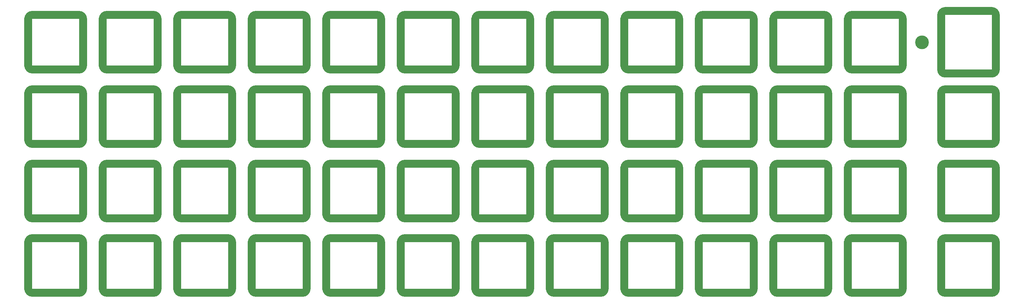
<source format=gbr>
G04 #@! TF.GenerationSoftware,KiCad,Pcbnew,(6.0.1-0)*
G04 #@! TF.CreationDate,2022-04-26T12:35:50-05:00*
G04 #@! TF.ProjectId,plate,706c6174-652e-46b6-9963-61645f706362,rev?*
G04 #@! TF.SameCoordinates,Original*
G04 #@! TF.FileFunction,Soldermask,Top*
G04 #@! TF.FilePolarity,Negative*
%FSLAX46Y46*%
G04 Gerber Fmt 4.6, Leading zero omitted, Abs format (unit mm)*
G04 Created by KiCad (PCBNEW (6.0.1-0)) date 2022-04-26 12:35:50*
%MOMM*%
%LPD*%
G01*
G04 APERTURE LIST*
%ADD10C,2.000000*%
%ADD11C,3.500000*%
G04 APERTURE END LIST*
D10*
X314373170Y-81106620D02*
X302373170Y-81106620D01*
X302373170Y-95106620D02*
X314373170Y-95106620D01*
X301373170Y-94106620D02*
X301373170Y-82106620D01*
X315373170Y-82106620D02*
X315373170Y-94106620D01*
X314373170Y-95106620D02*
G75*
G03*
X315373170Y-94106620I1J999999D01*
G01*
X301373170Y-94106620D02*
G75*
G03*
X302373170Y-95106620I999999J-1D01*
G01*
X302373170Y-81106620D02*
G75*
G03*
X301373170Y-82106620I-1J-999999D01*
G01*
X315373170Y-82106620D02*
G75*
G03*
X314373170Y-81106620I-999999J1D01*
G01*
X148972530Y-56006460D02*
X148972530Y-44006460D01*
X162972530Y-44006460D02*
X162972530Y-56006460D01*
X161972530Y-43006460D02*
X149972530Y-43006460D01*
X149972530Y-57006460D02*
X161972530Y-57006460D01*
X162972530Y-44006460D02*
G75*
G03*
X161972530Y-43006460I-999999J1D01*
G01*
X148972530Y-56006460D02*
G75*
G03*
X149972530Y-57006460I999999J-1D01*
G01*
X149972530Y-43006460D02*
G75*
G03*
X148972530Y-44006460I-1J-999999D01*
G01*
X161972530Y-57006460D02*
G75*
G03*
X162972530Y-56006460I1J999999D01*
G01*
X168022610Y-56006460D02*
X168022610Y-44006460D01*
X182022610Y-44006460D02*
X182022610Y-56006460D01*
X181022610Y-43006460D02*
X169022610Y-43006460D01*
X169022610Y-57006460D02*
X181022610Y-57006460D01*
X169022610Y-43006460D02*
G75*
G03*
X168022610Y-44006460I-1J-999999D01*
G01*
X182022610Y-44006460D02*
G75*
G03*
X181022610Y-43006460I-999999J1D01*
G01*
X168022610Y-56006460D02*
G75*
G03*
X169022610Y-57006460I999999J-1D01*
G01*
X181022610Y-57006460D02*
G75*
G03*
X182022610Y-56006460I1J999999D01*
G01*
X200072690Y-43006460D02*
X188072690Y-43006460D01*
X201072690Y-44006460D02*
X201072690Y-56006460D01*
X188072690Y-57006460D02*
X200072690Y-57006460D01*
X187072690Y-56006460D02*
X187072690Y-44006460D01*
X201072690Y-44006460D02*
G75*
G03*
X200072690Y-43006460I-999999J1D01*
G01*
X200072690Y-57006460D02*
G75*
G03*
X201072690Y-56006460I1J999999D01*
G01*
X188072690Y-43006460D02*
G75*
G03*
X187072690Y-44006460I-1J-999999D01*
G01*
X187072690Y-56006460D02*
G75*
G03*
X188072690Y-57006460I999999J-1D01*
G01*
X206122770Y-56006460D02*
X206122770Y-44006460D01*
X219122770Y-43006460D02*
X207122770Y-43006460D01*
X220122770Y-44006460D02*
X220122770Y-56006460D01*
X207122770Y-57006460D02*
X219122770Y-57006460D01*
X219122770Y-57006460D02*
G75*
G03*
X220122770Y-56006460I1J999999D01*
G01*
X206122770Y-56006460D02*
G75*
G03*
X207122770Y-57006460I999999J-1D01*
G01*
X220122770Y-44006460D02*
G75*
G03*
X219122770Y-43006460I-999999J1D01*
G01*
X207122770Y-43006460D02*
G75*
G03*
X206122770Y-44006460I-1J-999999D01*
G01*
X226172850Y-57006460D02*
X238172850Y-57006460D01*
X225172850Y-56006460D02*
X225172850Y-44006460D01*
X239172850Y-44006460D02*
X239172850Y-56006460D01*
X238172850Y-43006460D02*
X226172850Y-43006460D01*
X225172850Y-56006460D02*
G75*
G03*
X226172850Y-57006460I999999J-1D01*
G01*
X226172850Y-43006460D02*
G75*
G03*
X225172850Y-44006460I-1J-999999D01*
G01*
X238172850Y-57006460D02*
G75*
G03*
X239172850Y-56006460I1J999999D01*
G01*
X239172850Y-44006460D02*
G75*
G03*
X238172850Y-43006460I-999999J1D01*
G01*
X321423250Y-57006460D02*
X333423250Y-57006460D01*
X334423250Y-44006460D02*
X334423250Y-56006460D01*
X320423250Y-56006460D02*
X320423250Y-44006460D01*
X333423250Y-43006460D02*
X321423250Y-43006460D01*
X333423250Y-57006460D02*
G75*
G03*
X334423250Y-56006460I1J999999D01*
G01*
X320423250Y-56006460D02*
G75*
G03*
X321423250Y-57006460I999999J-1D01*
G01*
X334423250Y-44006460D02*
G75*
G03*
X333423250Y-43006460I-999999J1D01*
G01*
X321423250Y-43006460D02*
G75*
G03*
X320423250Y-44006460I-1J-999999D01*
G01*
X352473330Y-43006460D02*
X340473330Y-43006460D01*
X340473330Y-57006460D02*
X352473330Y-57006460D01*
X353473330Y-44006460D02*
X353473330Y-56006460D01*
X339473330Y-56006460D02*
X339473330Y-44006460D01*
X339473330Y-56006460D02*
G75*
G03*
X340473330Y-57006460I999999J-1D01*
G01*
X340473330Y-43006460D02*
G75*
G03*
X339473330Y-44006460I-1J-999999D01*
G01*
X353473330Y-44006460D02*
G75*
G03*
X352473330Y-43006460I-999999J1D01*
G01*
X352473330Y-57006460D02*
G75*
G03*
X353473330Y-56006460I1J999999D01*
G01*
X148972530Y-75056540D02*
X148972530Y-63056540D01*
X162972530Y-63056540D02*
X162972530Y-75056540D01*
X149972530Y-76056540D02*
X161972530Y-76056540D01*
X161972530Y-62056540D02*
X149972530Y-62056540D01*
X148972530Y-75056540D02*
G75*
G03*
X149972530Y-76056540I999999J-1D01*
G01*
X161972530Y-76056540D02*
G75*
G03*
X162972530Y-75056540I1J999999D01*
G01*
X149972530Y-62056540D02*
G75*
G03*
X148972530Y-63056540I-1J-999999D01*
G01*
X162972530Y-63056540D02*
G75*
G03*
X161972530Y-62056540I-999999J1D01*
G01*
X201072690Y-63056540D02*
X201072690Y-75056540D01*
X200072690Y-62056540D02*
X188072690Y-62056540D01*
X187072690Y-75056540D02*
X187072690Y-63056540D01*
X188072690Y-76056540D02*
X200072690Y-76056540D01*
X201072690Y-63056540D02*
G75*
G03*
X200072690Y-62056540I-999999J1D01*
G01*
X187072690Y-75056540D02*
G75*
G03*
X188072690Y-76056540I999999J-1D01*
G01*
X188072690Y-62056540D02*
G75*
G03*
X187072690Y-63056540I-1J-999999D01*
G01*
X200072690Y-76056540D02*
G75*
G03*
X201072690Y-75056540I1J999999D01*
G01*
X239172850Y-63056540D02*
X239172850Y-75056540D01*
X225172850Y-75056540D02*
X225172850Y-63056540D01*
X238172850Y-62056540D02*
X226172850Y-62056540D01*
X226172850Y-76056540D02*
X238172850Y-76056540D01*
X239172850Y-63056540D02*
G75*
G03*
X238172850Y-62056540I-999999J1D01*
G01*
X238172850Y-76056540D02*
G75*
G03*
X239172850Y-75056540I1J999999D01*
G01*
X225172850Y-75056540D02*
G75*
G03*
X226172850Y-76056540I999999J-1D01*
G01*
X226172850Y-62056540D02*
G75*
G03*
X225172850Y-63056540I-1J-999999D01*
G01*
X244222930Y-75056540D02*
X244222930Y-63056540D01*
X245222930Y-76056540D02*
X257222930Y-76056540D01*
X258222930Y-63056540D02*
X258222930Y-75056540D01*
X257222930Y-62056540D02*
X245222930Y-62056540D01*
X258222930Y-63056540D02*
G75*
G03*
X257222930Y-62056540I-999999J1D01*
G01*
X245222930Y-62056540D02*
G75*
G03*
X244222930Y-63056540I-1J-999999D01*
G01*
X257222930Y-76056540D02*
G75*
G03*
X258222930Y-75056540I1J999999D01*
G01*
X244222930Y-75056540D02*
G75*
G03*
X245222930Y-76056540I999999J-1D01*
G01*
X277273010Y-63056540D02*
X277273010Y-75056540D01*
X264273010Y-76056540D02*
X276273010Y-76056540D01*
X263273010Y-75056540D02*
X263273010Y-63056540D01*
X276273010Y-62056540D02*
X264273010Y-62056540D01*
X276273010Y-76056540D02*
G75*
G03*
X277273010Y-75056540I1J999999D01*
G01*
X264273010Y-62056540D02*
G75*
G03*
X263273010Y-63056540I-1J-999999D01*
G01*
X263273010Y-75056540D02*
G75*
G03*
X264273010Y-76056540I999999J-1D01*
G01*
X277273010Y-63056540D02*
G75*
G03*
X276273010Y-62056540I-999999J1D01*
G01*
X283323090Y-76056540D02*
X295323090Y-76056540D01*
X295323090Y-62056540D02*
X283323090Y-62056540D01*
X296323090Y-63056540D02*
X296323090Y-75056540D01*
X282323090Y-75056540D02*
X282323090Y-63056540D01*
X296323090Y-63056540D02*
G75*
G03*
X295323090Y-62056540I-999999J1D01*
G01*
X295323090Y-76056540D02*
G75*
G03*
X296323090Y-75056540I1J999999D01*
G01*
X283323090Y-62056540D02*
G75*
G03*
X282323090Y-63056540I-1J-999999D01*
G01*
X282323090Y-75056540D02*
G75*
G03*
X283323090Y-76056540I999999J-1D01*
G01*
X315373170Y-63056540D02*
X315373170Y-75056540D01*
X301373170Y-75056540D02*
X301373170Y-63056540D01*
X302373170Y-76056540D02*
X314373170Y-76056540D01*
X314373170Y-62056540D02*
X302373170Y-62056540D01*
X301373170Y-75056540D02*
G75*
G03*
X302373170Y-76056540I999999J-1D01*
G01*
X314373170Y-76056540D02*
G75*
G03*
X315373170Y-75056540I1J999999D01*
G01*
X315373170Y-63056540D02*
G75*
G03*
X314373170Y-62056540I-999999J1D01*
G01*
X302373170Y-62056540D02*
G75*
G03*
X301373170Y-63056540I-1J-999999D01*
G01*
X321423250Y-76056540D02*
X333423250Y-76056540D01*
X333423250Y-62056540D02*
X321423250Y-62056540D01*
X320423250Y-75056540D02*
X320423250Y-63056540D01*
X334423250Y-63056540D02*
X334423250Y-75056540D01*
X333423250Y-76056540D02*
G75*
G03*
X334423250Y-75056540I1J999999D01*
G01*
X320423250Y-75056540D02*
G75*
G03*
X321423250Y-76056540I999999J-1D01*
G01*
X334423250Y-63056540D02*
G75*
G03*
X333423250Y-62056540I-999999J1D01*
G01*
X321423250Y-62056540D02*
G75*
G03*
X320423250Y-63056540I-1J-999999D01*
G01*
X339473330Y-75056540D02*
X339473330Y-63056540D01*
X353473330Y-63056540D02*
X353473330Y-75056540D01*
X340473330Y-76056540D02*
X352473330Y-76056540D01*
X352473330Y-62056540D02*
X340473330Y-62056540D01*
X339473330Y-75056540D02*
G75*
G03*
X340473330Y-76056540I999999J-1D01*
G01*
X340473330Y-62056540D02*
G75*
G03*
X339473330Y-63056540I-1J-999999D01*
G01*
X353473330Y-63056540D02*
G75*
G03*
X352473330Y-62056540I-999999J1D01*
G01*
X352473330Y-76056540D02*
G75*
G03*
X353473330Y-75056540I1J999999D01*
G01*
X371523410Y-62056540D02*
X359523410Y-62056540D01*
X372523410Y-63056540D02*
X372523410Y-75056540D01*
X358523410Y-75056540D02*
X358523410Y-63056540D01*
X359523410Y-76056540D02*
X371523410Y-76056540D01*
X358523410Y-75056540D02*
G75*
G03*
X359523410Y-76056540I999999J-1D01*
G01*
X372523410Y-63056540D02*
G75*
G03*
X371523410Y-62056540I-999999J1D01*
G01*
X359523410Y-62056540D02*
G75*
G03*
X358523410Y-63056540I-1J-999999D01*
G01*
X371523410Y-76056540D02*
G75*
G03*
X372523410Y-75056540I1J999999D01*
G01*
X149972530Y-95106620D02*
X161972530Y-95106620D01*
X162972530Y-82106620D02*
X162972530Y-94106620D01*
X161972530Y-81106620D02*
X149972530Y-81106620D01*
X148972530Y-94106620D02*
X148972530Y-82106620D01*
X149972530Y-81106620D02*
G75*
G03*
X148972530Y-82106620I-1J-999999D01*
G01*
X162972530Y-82106620D02*
G75*
G03*
X161972530Y-81106620I-999999J1D01*
G01*
X148972530Y-94106620D02*
G75*
G03*
X149972530Y-95106620I999999J-1D01*
G01*
X161972530Y-95106620D02*
G75*
G03*
X162972530Y-94106620I1J999999D01*
G01*
X181022610Y-81106620D02*
X169022610Y-81106620D01*
X182022610Y-82106620D02*
X182022610Y-94106620D01*
X168022610Y-94106620D02*
X168022610Y-82106620D01*
X169022610Y-95106620D02*
X181022610Y-95106620D01*
X181022610Y-95106620D02*
G75*
G03*
X182022610Y-94106620I1J999999D01*
G01*
X168022610Y-94106620D02*
G75*
G03*
X169022610Y-95106620I999999J-1D01*
G01*
X182022610Y-82106620D02*
G75*
G03*
X181022610Y-81106620I-999999J1D01*
G01*
X169022610Y-81106620D02*
G75*
G03*
X168022610Y-82106620I-1J-999999D01*
G01*
X200072690Y-81106620D02*
X188072690Y-81106620D01*
X188072690Y-95106620D02*
X200072690Y-95106620D01*
X201072690Y-82106620D02*
X201072690Y-94106620D01*
X187072690Y-94106620D02*
X187072690Y-82106620D01*
X188072690Y-81106620D02*
G75*
G03*
X187072690Y-82106620I-1J-999999D01*
G01*
X187072690Y-94106620D02*
G75*
G03*
X188072690Y-95106620I999999J-1D01*
G01*
X200072690Y-95106620D02*
G75*
G03*
X201072690Y-94106620I1J999999D01*
G01*
X201072690Y-82106620D02*
G75*
G03*
X200072690Y-81106620I-999999J1D01*
G01*
X207122770Y-95106620D02*
X219122770Y-95106620D01*
X206122770Y-94106620D02*
X206122770Y-82106620D01*
X219122770Y-81106620D02*
X207122770Y-81106620D01*
X220122770Y-82106620D02*
X220122770Y-94106620D01*
X220122770Y-82106620D02*
G75*
G03*
X219122770Y-81106620I-999999J1D01*
G01*
X206122770Y-94106620D02*
G75*
G03*
X207122770Y-95106620I999999J-1D01*
G01*
X207122770Y-81106620D02*
G75*
G03*
X206122770Y-82106620I-1J-999999D01*
G01*
X219122770Y-95106620D02*
G75*
G03*
X220122770Y-94106620I1J999999D01*
G01*
X226172850Y-95106620D02*
X238172850Y-95106620D01*
X225172850Y-94106620D02*
X225172850Y-82106620D01*
X239172850Y-82106620D02*
X239172850Y-94106620D01*
X238172850Y-81106620D02*
X226172850Y-81106620D01*
X226172850Y-81106620D02*
G75*
G03*
X225172850Y-82106620I-1J-999999D01*
G01*
X238172850Y-95106620D02*
G75*
G03*
X239172850Y-94106620I1J999999D01*
G01*
X225172850Y-94106620D02*
G75*
G03*
X226172850Y-95106620I999999J-1D01*
G01*
X239172850Y-82106620D02*
G75*
G03*
X238172850Y-81106620I-999999J1D01*
G01*
X258222930Y-82106620D02*
X258222930Y-94106620D01*
X245222930Y-95106620D02*
X257222930Y-95106620D01*
X257222930Y-81106620D02*
X245222930Y-81106620D01*
X244222930Y-94106620D02*
X244222930Y-82106620D01*
X258222930Y-82106620D02*
G75*
G03*
X257222930Y-81106620I-999999J1D01*
G01*
X257222930Y-95106620D02*
G75*
G03*
X258222930Y-94106620I1J999999D01*
G01*
X245222930Y-81106620D02*
G75*
G03*
X244222930Y-82106620I-1J-999999D01*
G01*
X244222930Y-94106620D02*
G75*
G03*
X245222930Y-95106620I999999J-1D01*
G01*
X263273010Y-94106620D02*
X263273010Y-82106620D01*
X264273010Y-95106620D02*
X276273010Y-95106620D01*
X277273010Y-82106620D02*
X277273010Y-94106620D01*
X276273010Y-81106620D02*
X264273010Y-81106620D01*
X277273010Y-82106620D02*
G75*
G03*
X276273010Y-81106620I-999999J1D01*
G01*
X264273010Y-81106620D02*
G75*
G03*
X263273010Y-82106620I-1J-999999D01*
G01*
X276273010Y-95106620D02*
G75*
G03*
X277273010Y-94106620I1J999999D01*
G01*
X263273010Y-94106620D02*
G75*
G03*
X264273010Y-95106620I999999J-1D01*
G01*
X295323090Y-81106620D02*
X283323090Y-81106620D01*
X282323090Y-94106620D02*
X282323090Y-82106620D01*
X296323090Y-82106620D02*
X296323090Y-94106620D01*
X283323090Y-95106620D02*
X295323090Y-95106620D01*
X282323090Y-94106620D02*
G75*
G03*
X283323090Y-95106620I999999J-1D01*
G01*
X296323090Y-82106620D02*
G75*
G03*
X295323090Y-81106620I-999999J1D01*
G01*
X295323090Y-95106620D02*
G75*
G03*
X296323090Y-94106620I1J999999D01*
G01*
X283323090Y-81106620D02*
G75*
G03*
X282323090Y-82106620I-1J-999999D01*
G01*
X320423250Y-94106620D02*
X320423250Y-82106620D01*
X321423250Y-95106620D02*
X333423250Y-95106620D01*
X334423250Y-82106620D02*
X334423250Y-94106620D01*
X333423250Y-81106620D02*
X321423250Y-81106620D01*
X320423250Y-94106620D02*
G75*
G03*
X321423250Y-95106620I999999J-1D01*
G01*
X334423250Y-82106620D02*
G75*
G03*
X333423250Y-81106620I-999999J1D01*
G01*
X333423250Y-95106620D02*
G75*
G03*
X334423250Y-94106620I1J999999D01*
G01*
X321423250Y-81106620D02*
G75*
G03*
X320423250Y-82106620I-1J-999999D01*
G01*
X353473330Y-82106620D02*
X353473330Y-94106620D01*
X352473330Y-81106620D02*
X340473330Y-81106620D01*
X340473330Y-95106620D02*
X352473330Y-95106620D01*
X339473330Y-94106620D02*
X339473330Y-82106620D01*
X339473330Y-94106620D02*
G75*
G03*
X340473330Y-95106620I999999J-1D01*
G01*
X353473330Y-82106620D02*
G75*
G03*
X352473330Y-81106620I-999999J1D01*
G01*
X340473330Y-81106620D02*
G75*
G03*
X339473330Y-82106620I-1J-999999D01*
G01*
X352473330Y-95106620D02*
G75*
G03*
X353473330Y-94106620I1J999999D01*
G01*
X359523410Y-95106620D02*
X371523410Y-95106620D01*
X372523410Y-82106620D02*
X372523410Y-94106620D01*
X371523410Y-81106620D02*
X359523410Y-81106620D01*
X358523410Y-94106620D02*
X358523410Y-82106620D01*
X371523410Y-95106620D02*
G75*
G03*
X372523410Y-94106620I1J999999D01*
G01*
X359523410Y-81106620D02*
G75*
G03*
X358523410Y-82106620I-1J-999999D01*
G01*
X372523410Y-82106620D02*
G75*
G03*
X371523410Y-81106620I-999999J1D01*
G01*
X358523410Y-94106620D02*
G75*
G03*
X359523410Y-95106620I999999J-1D01*
G01*
X181022610Y-100156700D02*
X169022610Y-100156700D01*
X182022610Y-101156700D02*
X182022610Y-113156700D01*
X168022610Y-113156700D02*
X168022610Y-101156700D01*
X169022610Y-114156700D02*
X181022610Y-114156700D01*
X182022610Y-101156700D02*
G75*
G03*
X181022610Y-100156700I-999999J1D01*
G01*
X168022610Y-113156700D02*
G75*
G03*
X169022610Y-114156700I999999J-1D01*
G01*
X181022610Y-114156700D02*
G75*
G03*
X182022610Y-113156700I1J999999D01*
G01*
X169022610Y-100156700D02*
G75*
G03*
X168022610Y-101156700I-1J-999999D01*
G01*
X200072690Y-100156700D02*
X188072690Y-100156700D01*
X188072690Y-114156700D02*
X200072690Y-114156700D01*
X201072690Y-101156700D02*
X201072690Y-113156700D01*
X187072690Y-113156700D02*
X187072690Y-101156700D01*
X188072690Y-100156700D02*
G75*
G03*
X187072690Y-101156700I-1J-999999D01*
G01*
X187072690Y-113156700D02*
G75*
G03*
X188072690Y-114156700I999999J-1D01*
G01*
X201072690Y-101156700D02*
G75*
G03*
X200072690Y-100156700I-999999J1D01*
G01*
X200072690Y-114156700D02*
G75*
G03*
X201072690Y-113156700I1J999999D01*
G01*
X206122770Y-113156700D02*
X206122770Y-101156700D01*
X219122770Y-100156700D02*
X207122770Y-100156700D01*
X220122770Y-101156700D02*
X220122770Y-113156700D01*
X207122770Y-114156700D02*
X219122770Y-114156700D01*
X219122770Y-114156700D02*
G75*
G03*
X220122770Y-113156700I1J999999D01*
G01*
X220122770Y-101156700D02*
G75*
G03*
X219122770Y-100156700I-999999J1D01*
G01*
X206122770Y-113156700D02*
G75*
G03*
X207122770Y-114156700I999999J-1D01*
G01*
X207122770Y-100156700D02*
G75*
G03*
X206122770Y-101156700I-1J-999999D01*
G01*
X225172850Y-113156700D02*
X225172850Y-101156700D01*
X226172850Y-114156700D02*
X238172850Y-114156700D01*
X238172850Y-100156700D02*
X226172850Y-100156700D01*
X239172850Y-101156700D02*
X239172850Y-113156700D01*
X225172850Y-113156700D02*
G75*
G03*
X226172850Y-114156700I999999J-1D01*
G01*
X238172850Y-114156700D02*
G75*
G03*
X239172850Y-113156700I1J999999D01*
G01*
X239172850Y-101156700D02*
G75*
G03*
X238172850Y-100156700I-999999J1D01*
G01*
X226172850Y-100156700D02*
G75*
G03*
X225172850Y-101156700I-1J-999999D01*
G01*
X257222930Y-100156700D02*
X245222930Y-100156700D01*
X258222930Y-101156700D02*
X258222930Y-113156700D01*
X245222930Y-114156700D02*
X257222930Y-114156700D01*
X244222930Y-113156700D02*
X244222930Y-101156700D01*
X257222930Y-114156700D02*
G75*
G03*
X258222930Y-113156700I1J999999D01*
G01*
X258222930Y-101156700D02*
G75*
G03*
X257222930Y-100156700I-999999J1D01*
G01*
X244222930Y-113156700D02*
G75*
G03*
X245222930Y-114156700I999999J-1D01*
G01*
X245222930Y-100156700D02*
G75*
G03*
X244222930Y-101156700I-1J-999999D01*
G01*
X263273010Y-113156700D02*
X263273010Y-101156700D01*
X264273010Y-114156700D02*
X276273010Y-114156700D01*
X277273010Y-101156700D02*
X277273010Y-113156700D01*
X276273010Y-100156700D02*
X264273010Y-100156700D01*
X276273010Y-114156700D02*
G75*
G03*
X277273010Y-113156700I1J999999D01*
G01*
X277273010Y-101156700D02*
G75*
G03*
X276273010Y-100156700I-999999J1D01*
G01*
X264273010Y-100156700D02*
G75*
G03*
X263273010Y-101156700I-1J-999999D01*
G01*
X263273010Y-113156700D02*
G75*
G03*
X264273010Y-114156700I999999J-1D01*
G01*
X296323090Y-101156700D02*
X296323090Y-113156700D01*
X283323090Y-114156700D02*
X295323090Y-114156700D01*
X295323090Y-100156700D02*
X283323090Y-100156700D01*
X282323090Y-113156700D02*
X282323090Y-101156700D01*
X282323090Y-113156700D02*
G75*
G03*
X283323090Y-114156700I999999J-1D01*
G01*
X283323090Y-100156700D02*
G75*
G03*
X282323090Y-101156700I-1J-999999D01*
G01*
X295323090Y-114156700D02*
G75*
G03*
X296323090Y-113156700I1J999999D01*
G01*
X296323090Y-101156700D02*
G75*
G03*
X295323090Y-100156700I-999999J1D01*
G01*
X301373170Y-113156700D02*
X301373170Y-101156700D01*
X315373170Y-101156700D02*
X315373170Y-113156700D01*
X302373170Y-114156700D02*
X314373170Y-114156700D01*
X314373170Y-100156700D02*
X302373170Y-100156700D01*
X301373170Y-113156700D02*
G75*
G03*
X302373170Y-114156700I999999J-1D01*
G01*
X302373170Y-100156700D02*
G75*
G03*
X301373170Y-101156700I-1J-999999D01*
G01*
X314373170Y-114156700D02*
G75*
G03*
X315373170Y-113156700I1J999999D01*
G01*
X315373170Y-101156700D02*
G75*
G03*
X314373170Y-100156700I-999999J1D01*
G01*
X334423250Y-101156700D02*
X334423250Y-113156700D01*
X333423250Y-100156700D02*
X321423250Y-100156700D01*
X320423250Y-113156700D02*
X320423250Y-101156700D01*
X321423250Y-114156700D02*
X333423250Y-114156700D01*
X333423250Y-114156700D02*
G75*
G03*
X334423250Y-113156700I1J999999D01*
G01*
X334423250Y-101156700D02*
G75*
G03*
X333423250Y-100156700I-999999J1D01*
G01*
X321423250Y-100156700D02*
G75*
G03*
X320423250Y-101156700I-1J-999999D01*
G01*
X320423250Y-113156700D02*
G75*
G03*
X321423250Y-114156700I999999J-1D01*
G01*
X339473330Y-113160000D02*
X339473330Y-101160000D01*
X340473330Y-114160000D02*
X352473330Y-114160000D01*
X353473330Y-101160000D02*
X353473330Y-113160000D01*
X352473330Y-100160000D02*
X340473330Y-100160000D01*
X353473330Y-101160000D02*
G75*
G03*
X352473330Y-100160000I-999999J1D01*
G01*
X339473330Y-113160000D02*
G75*
G03*
X340473330Y-114160000I999999J-1D01*
G01*
X352473330Y-114160000D02*
G75*
G03*
X353473330Y-113160000I1J999999D01*
G01*
X340473330Y-100160000D02*
G75*
G03*
X339473330Y-101160000I-1J-999999D01*
G01*
X372523410Y-101156700D02*
X372523410Y-113156700D01*
X358523410Y-113156700D02*
X358523410Y-101156700D01*
X371523410Y-100156700D02*
X359523410Y-100156700D01*
X359523410Y-114156700D02*
X371523410Y-114156700D01*
X358523410Y-113156700D02*
G75*
G03*
X359523410Y-114156700I999999J-1D01*
G01*
X371523410Y-114156700D02*
G75*
G03*
X372523410Y-113156700I1J999999D01*
G01*
X372523410Y-101156700D02*
G75*
G03*
X371523410Y-100156700I-999999J1D01*
G01*
X359523410Y-100156700D02*
G75*
G03*
X358523410Y-101156700I-1J-999999D01*
G01*
X161972530Y-100156700D02*
X149972530Y-100156700D01*
X148972530Y-113156700D02*
X148972530Y-101156700D01*
X162972530Y-101156700D02*
X162972530Y-113156700D01*
X149972530Y-114156700D02*
X161972530Y-114156700D01*
X162972530Y-101156700D02*
G75*
G03*
X161972530Y-100156700I-999999J1D01*
G01*
X149972530Y-100156700D02*
G75*
G03*
X148972530Y-101156700I-1J-999999D01*
G01*
X148972530Y-113156700D02*
G75*
G03*
X149972530Y-114156700I999999J-1D01*
G01*
X161972530Y-114156700D02*
G75*
G03*
X162972530Y-113156700I1J999999D01*
G01*
X181022610Y-62056540D02*
X169022610Y-62056540D01*
X169022610Y-76056540D02*
X181022610Y-76056540D01*
X182022610Y-63056540D02*
X182022610Y-75056540D01*
X168022610Y-75056540D02*
X168022610Y-63056540D01*
X181022610Y-76056540D02*
G75*
G03*
X182022610Y-75056540I1J999999D01*
G01*
X182022610Y-63056540D02*
G75*
G03*
X181022610Y-62056540I-999999J1D01*
G01*
X168022610Y-75056540D02*
G75*
G03*
X169022610Y-76056540I999999J-1D01*
G01*
X169022610Y-62056540D02*
G75*
G03*
X168022610Y-63056540I-1J-999999D01*
G01*
X382335890Y-94106428D02*
X382335890Y-82106428D01*
X396335890Y-82106428D02*
X396335890Y-94106428D01*
X383335890Y-95106428D02*
X395335890Y-95106428D01*
X395335890Y-81106428D02*
X383335890Y-81106428D01*
X396335890Y-82106428D02*
G75*
G03*
X395335890Y-81106428I-999999J1D01*
G01*
X382335890Y-94106428D02*
G75*
G03*
X383335890Y-95106428I999999J-1D01*
G01*
X383335890Y-81106428D02*
G75*
G03*
X382335890Y-82106428I-1J-999999D01*
G01*
X395335890Y-95106428D02*
G75*
G03*
X396335890Y-94106428I1J999999D01*
G01*
X382335890Y-75056444D02*
X382335890Y-63056444D01*
X383335890Y-76056444D02*
X395335890Y-76056444D01*
X395335890Y-62056444D02*
X383335890Y-62056444D01*
X396335890Y-63056444D02*
X396335890Y-75056444D01*
X382335890Y-75056444D02*
G75*
G03*
X383335890Y-76056444I999999J-1D01*
G01*
X395335890Y-76056444D02*
G75*
G03*
X396335890Y-75056444I1J999999D01*
G01*
X396335890Y-63056444D02*
G75*
G03*
X395335890Y-62056444I-999999J1D01*
G01*
X383335890Y-62056444D02*
G75*
G03*
X382335890Y-63056444I-1J-999999D01*
G01*
X396336010Y-57031460D02*
X396336010Y-43031460D01*
X395328903Y-58031460D02*
X383343117Y-58031460D01*
X383343117Y-42031461D02*
X395328903Y-42031460D01*
X382343117Y-43031460D02*
X382343117Y-57031460D01*
X395328903Y-58031460D02*
G75*
G03*
X396328903Y-57031460I1J999999D01*
G01*
X396328903Y-43031460D02*
G75*
G03*
X395328903Y-42031460I-999999J1D01*
G01*
X383343117Y-42031461D02*
G75*
G03*
X382343117Y-43031461I-1J-999999D01*
G01*
X382343117Y-57031460D02*
G75*
G03*
X383343117Y-58031460I999999J-1D01*
G01*
X358523410Y-56006460D02*
X358523410Y-44006460D01*
X371523410Y-43006460D02*
X359523410Y-43006460D01*
X372523410Y-44006460D02*
X372523410Y-56006460D01*
X359523410Y-57006460D02*
X371523410Y-57006460D01*
X372523410Y-44006460D02*
G75*
G03*
X371523410Y-43006460I-999999J1D01*
G01*
X359523410Y-43006460D02*
G75*
G03*
X358523410Y-44006460I-1J-999999D01*
G01*
X371523410Y-57006460D02*
G75*
G03*
X372523410Y-56006460I1J999999D01*
G01*
X358523410Y-56006460D02*
G75*
G03*
X359523410Y-57006460I999999J-1D01*
G01*
X382336010Y-113156700D02*
X382336010Y-101156700D01*
X395336010Y-100156700D02*
X383336010Y-100156700D01*
X383336010Y-114156700D02*
X395336010Y-114156700D01*
X396336010Y-101156700D02*
X396336010Y-113156700D01*
X382336010Y-113156700D02*
G75*
G03*
X383336010Y-114156700I999999J-1D01*
G01*
X383336010Y-100156700D02*
G75*
G03*
X382336010Y-101156700I-1J-999999D01*
G01*
X395336010Y-114156700D02*
G75*
G03*
X396336010Y-113156700I1J999999D01*
G01*
X396336010Y-101156700D02*
G75*
G03*
X395336010Y-100156700I-999999J1D01*
G01*
X206122770Y-75056540D02*
X206122770Y-63056540D01*
X219122770Y-62056540D02*
X207122770Y-62056540D01*
X207122770Y-76056540D02*
X219122770Y-76056540D01*
X220122770Y-63056540D02*
X220122770Y-75056540D01*
X219122770Y-76056540D02*
G75*
G03*
X220122770Y-75056540I1J999999D01*
G01*
X220122770Y-63056540D02*
G75*
G03*
X219122770Y-62056540I-999999J1D01*
G01*
X207122770Y-62056540D02*
G75*
G03*
X206122770Y-63056540I-1J-999999D01*
G01*
X206122770Y-75056540D02*
G75*
G03*
X207122770Y-76056540I999999J-1D01*
G01*
X257223314Y-43006460D02*
X245223314Y-43006460D01*
X244223314Y-56006460D02*
X244223314Y-44006460D01*
X245223314Y-57006460D02*
X257223314Y-57006460D01*
X258223314Y-44006460D02*
X258223314Y-56006460D01*
X258223314Y-44006460D02*
G75*
G03*
X257223314Y-43006460I-999999J1D01*
G01*
X244223314Y-56006460D02*
G75*
G03*
X245223314Y-57006460I999999J-1D01*
G01*
X245223314Y-43006460D02*
G75*
G03*
X244223314Y-44006460I-1J-999999D01*
G01*
X257223314Y-57006460D02*
G75*
G03*
X258223314Y-56006460I1J999999D01*
G01*
X263273330Y-56006460D02*
X263273330Y-44006460D01*
X277273330Y-44006460D02*
X277273330Y-56006460D01*
X276273330Y-43006460D02*
X264273330Y-43006460D01*
X264273330Y-57006460D02*
X276273330Y-57006460D01*
X277273330Y-44006460D02*
G75*
G03*
X276273330Y-43006460I-999999J1D01*
G01*
X264273330Y-43006460D02*
G75*
G03*
X263273330Y-44006460I-1J-999999D01*
G01*
X276273330Y-57006460D02*
G75*
G03*
X277273330Y-56006460I1J999999D01*
G01*
X263273330Y-56006460D02*
G75*
G03*
X264273330Y-57006460I999999J-1D01*
G01*
X296323346Y-44006460D02*
X296323346Y-56006460D01*
X295323346Y-43006460D02*
X283323346Y-43006460D01*
X283323346Y-57006460D02*
X295323346Y-57006460D01*
X282323346Y-56006460D02*
X282323346Y-44006460D01*
X295323346Y-57006460D02*
G75*
G03*
X296323346Y-56006460I1J999999D01*
G01*
X296323346Y-44006460D02*
G75*
G03*
X295323346Y-43006460I-999999J1D01*
G01*
X282323346Y-56006460D02*
G75*
G03*
X283323346Y-57006460I999999J-1D01*
G01*
X283323346Y-43006460D02*
G75*
G03*
X282323346Y-44006460I-1J-999999D01*
G01*
X315373362Y-44006460D02*
X315373362Y-56006460D01*
X301373362Y-56006460D02*
X301373362Y-44006460D01*
X314373362Y-43006460D02*
X302373362Y-43006460D01*
X302373362Y-57006460D02*
X314373362Y-57006460D01*
X302373362Y-43006460D02*
G75*
G03*
X301373362Y-44006460I-1J-999999D01*
G01*
X314373362Y-57006460D02*
G75*
G03*
X315373362Y-56006460I1J999999D01*
G01*
X315373362Y-44006460D02*
G75*
G03*
X314373362Y-43006460I-999999J1D01*
G01*
X301373362Y-56006460D02*
G75*
G03*
X302373362Y-57006460I999999J-1D01*
G01*
D11*
X377429670Y-50006460D03*
M02*

</source>
